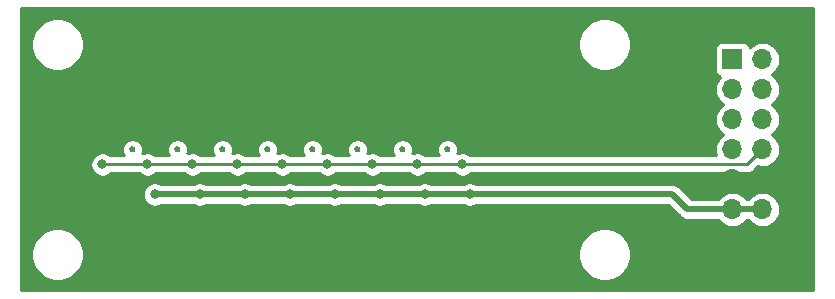
<source format=gbl>
G04 #@! TF.GenerationSoftware,KiCad,Pcbnew,5.1.4-e60b266~84~ubuntu18.04.1*
G04 #@! TF.CreationDate,2019-11-10T13:24:48-08:00*
G04 #@! TF.ProjectId,mic,6d69632e-6b69-4636-9164-5f7063625858,rev?*
G04 #@! TF.SameCoordinates,Original*
G04 #@! TF.FileFunction,Copper,L2,Bot*
G04 #@! TF.FilePolarity,Positive*
%FSLAX46Y46*%
G04 Gerber Fmt 4.6, Leading zero omitted, Abs format (unit mm)*
G04 Created by KiCad (PCBNEW 5.1.4-e60b266~84~ubuntu18.04.1) date 2019-11-10 13:24:48*
%MOMM*%
%LPD*%
G04 APERTURE LIST*
%ADD10O,1.700000X1.700000*%
%ADD11R,1.700000X1.700000*%
%ADD12C,0.500000*%
%ADD13C,0.100000*%
%ADD14C,0.800000*%
%ADD15C,0.500000*%
%ADD16C,0.250000*%
%ADD17C,0.254000*%
G04 APERTURE END LIST*
D10*
X177800000Y-106680000D03*
X175260000Y-106680000D03*
X177800000Y-104140000D03*
X175260000Y-104140000D03*
X177800000Y-101600000D03*
X175260000Y-101600000D03*
X177800000Y-99060000D03*
X175260000Y-99060000D03*
X177800000Y-96520000D03*
X175260000Y-96520000D03*
X177800000Y-93980000D03*
D11*
X175260000Y-93980000D03*
D12*
X147320000Y-101600000D03*
D13*
G36*
X147356683Y-101352706D02*
G01*
X147380745Y-101357492D01*
X147404222Y-101364614D01*
X147426889Y-101374003D01*
X147448526Y-101385568D01*
X147468925Y-101399198D01*
X147487890Y-101414762D01*
X147505238Y-101432110D01*
X147520802Y-101451075D01*
X147534432Y-101471474D01*
X147545997Y-101493111D01*
X147555386Y-101515778D01*
X147562508Y-101539255D01*
X147567294Y-101563317D01*
X147569699Y-101587733D01*
X147569699Y-101612267D01*
X147567294Y-101636683D01*
X147562508Y-101660745D01*
X147555386Y-101684222D01*
X147545997Y-101706889D01*
X147534432Y-101728526D01*
X147520802Y-101748925D01*
X147505238Y-101767890D01*
X147487890Y-101785238D01*
X147468925Y-101800802D01*
X147448526Y-101814432D01*
X147426889Y-101825997D01*
X147404222Y-101835386D01*
X147380745Y-101842508D01*
X147356683Y-101847294D01*
X147332267Y-101849699D01*
X147307733Y-101849699D01*
X147283317Y-101847294D01*
X147259255Y-101842508D01*
X147235778Y-101835386D01*
X147213111Y-101825997D01*
X147191474Y-101814432D01*
X147171075Y-101800802D01*
X147152110Y-101785238D01*
X147134762Y-101767890D01*
X147119198Y-101748925D01*
X147105568Y-101728526D01*
X147094003Y-101706889D01*
X147084614Y-101684222D01*
X147077492Y-101660745D01*
X147072706Y-101636683D01*
X147070301Y-101612267D01*
X147070301Y-101587733D01*
X147072706Y-101563317D01*
X147077492Y-101539255D01*
X147084614Y-101515778D01*
X147094003Y-101493111D01*
X147105568Y-101471474D01*
X147119198Y-101451075D01*
X147134762Y-101432110D01*
X147152110Y-101414762D01*
X147171075Y-101399198D01*
X147191474Y-101385568D01*
X147213111Y-101374003D01*
X147235778Y-101364614D01*
X147259255Y-101357492D01*
X147283317Y-101352706D01*
X147307733Y-101350301D01*
X147332267Y-101350301D01*
X147356683Y-101352706D01*
X147356683Y-101352706D01*
G37*
D12*
X143510000Y-101600000D03*
D13*
G36*
X143546683Y-101352706D02*
G01*
X143570745Y-101357492D01*
X143594222Y-101364614D01*
X143616889Y-101374003D01*
X143638526Y-101385568D01*
X143658925Y-101399198D01*
X143677890Y-101414762D01*
X143695238Y-101432110D01*
X143710802Y-101451075D01*
X143724432Y-101471474D01*
X143735997Y-101493111D01*
X143745386Y-101515778D01*
X143752508Y-101539255D01*
X143757294Y-101563317D01*
X143759699Y-101587733D01*
X143759699Y-101612267D01*
X143757294Y-101636683D01*
X143752508Y-101660745D01*
X143745386Y-101684222D01*
X143735997Y-101706889D01*
X143724432Y-101728526D01*
X143710802Y-101748925D01*
X143695238Y-101767890D01*
X143677890Y-101785238D01*
X143658925Y-101800802D01*
X143638526Y-101814432D01*
X143616889Y-101825997D01*
X143594222Y-101835386D01*
X143570745Y-101842508D01*
X143546683Y-101847294D01*
X143522267Y-101849699D01*
X143497733Y-101849699D01*
X143473317Y-101847294D01*
X143449255Y-101842508D01*
X143425778Y-101835386D01*
X143403111Y-101825997D01*
X143381474Y-101814432D01*
X143361075Y-101800802D01*
X143342110Y-101785238D01*
X143324762Y-101767890D01*
X143309198Y-101748925D01*
X143295568Y-101728526D01*
X143284003Y-101706889D01*
X143274614Y-101684222D01*
X143267492Y-101660745D01*
X143262706Y-101636683D01*
X143260301Y-101612267D01*
X143260301Y-101587733D01*
X143262706Y-101563317D01*
X143267492Y-101539255D01*
X143274614Y-101515778D01*
X143284003Y-101493111D01*
X143295568Y-101471474D01*
X143309198Y-101451075D01*
X143324762Y-101432110D01*
X143342110Y-101414762D01*
X143361075Y-101399198D01*
X143381474Y-101385568D01*
X143403111Y-101374003D01*
X143425778Y-101364614D01*
X143449255Y-101357492D01*
X143473317Y-101352706D01*
X143497733Y-101350301D01*
X143522267Y-101350301D01*
X143546683Y-101352706D01*
X143546683Y-101352706D01*
G37*
D12*
X132080000Y-101600000D03*
D13*
G36*
X132116683Y-101352706D02*
G01*
X132140745Y-101357492D01*
X132164222Y-101364614D01*
X132186889Y-101374003D01*
X132208526Y-101385568D01*
X132228925Y-101399198D01*
X132247890Y-101414762D01*
X132265238Y-101432110D01*
X132280802Y-101451075D01*
X132294432Y-101471474D01*
X132305997Y-101493111D01*
X132315386Y-101515778D01*
X132322508Y-101539255D01*
X132327294Y-101563317D01*
X132329699Y-101587733D01*
X132329699Y-101612267D01*
X132327294Y-101636683D01*
X132322508Y-101660745D01*
X132315386Y-101684222D01*
X132305997Y-101706889D01*
X132294432Y-101728526D01*
X132280802Y-101748925D01*
X132265238Y-101767890D01*
X132247890Y-101785238D01*
X132228925Y-101800802D01*
X132208526Y-101814432D01*
X132186889Y-101825997D01*
X132164222Y-101835386D01*
X132140745Y-101842508D01*
X132116683Y-101847294D01*
X132092267Y-101849699D01*
X132067733Y-101849699D01*
X132043317Y-101847294D01*
X132019255Y-101842508D01*
X131995778Y-101835386D01*
X131973111Y-101825997D01*
X131951474Y-101814432D01*
X131931075Y-101800802D01*
X131912110Y-101785238D01*
X131894762Y-101767890D01*
X131879198Y-101748925D01*
X131865568Y-101728526D01*
X131854003Y-101706889D01*
X131844614Y-101684222D01*
X131837492Y-101660745D01*
X131832706Y-101636683D01*
X131830301Y-101612267D01*
X131830301Y-101587733D01*
X131832706Y-101563317D01*
X131837492Y-101539255D01*
X131844614Y-101515778D01*
X131854003Y-101493111D01*
X131865568Y-101471474D01*
X131879198Y-101451075D01*
X131894762Y-101432110D01*
X131912110Y-101414762D01*
X131931075Y-101399198D01*
X131951474Y-101385568D01*
X131973111Y-101374003D01*
X131995778Y-101364614D01*
X132019255Y-101357492D01*
X132043317Y-101352706D01*
X132067733Y-101350301D01*
X132092267Y-101350301D01*
X132116683Y-101352706D01*
X132116683Y-101352706D01*
G37*
D12*
X128270000Y-101600000D03*
D13*
G36*
X128306683Y-101352706D02*
G01*
X128330745Y-101357492D01*
X128354222Y-101364614D01*
X128376889Y-101374003D01*
X128398526Y-101385568D01*
X128418925Y-101399198D01*
X128437890Y-101414762D01*
X128455238Y-101432110D01*
X128470802Y-101451075D01*
X128484432Y-101471474D01*
X128495997Y-101493111D01*
X128505386Y-101515778D01*
X128512508Y-101539255D01*
X128517294Y-101563317D01*
X128519699Y-101587733D01*
X128519699Y-101612267D01*
X128517294Y-101636683D01*
X128512508Y-101660745D01*
X128505386Y-101684222D01*
X128495997Y-101706889D01*
X128484432Y-101728526D01*
X128470802Y-101748925D01*
X128455238Y-101767890D01*
X128437890Y-101785238D01*
X128418925Y-101800802D01*
X128398526Y-101814432D01*
X128376889Y-101825997D01*
X128354222Y-101835386D01*
X128330745Y-101842508D01*
X128306683Y-101847294D01*
X128282267Y-101849699D01*
X128257733Y-101849699D01*
X128233317Y-101847294D01*
X128209255Y-101842508D01*
X128185778Y-101835386D01*
X128163111Y-101825997D01*
X128141474Y-101814432D01*
X128121075Y-101800802D01*
X128102110Y-101785238D01*
X128084762Y-101767890D01*
X128069198Y-101748925D01*
X128055568Y-101728526D01*
X128044003Y-101706889D01*
X128034614Y-101684222D01*
X128027492Y-101660745D01*
X128022706Y-101636683D01*
X128020301Y-101612267D01*
X128020301Y-101587733D01*
X128022706Y-101563317D01*
X128027492Y-101539255D01*
X128034614Y-101515778D01*
X128044003Y-101493111D01*
X128055568Y-101471474D01*
X128069198Y-101451075D01*
X128084762Y-101432110D01*
X128102110Y-101414762D01*
X128121075Y-101399198D01*
X128141474Y-101385568D01*
X128163111Y-101374003D01*
X128185778Y-101364614D01*
X128209255Y-101357492D01*
X128233317Y-101352706D01*
X128257733Y-101350301D01*
X128282267Y-101350301D01*
X128306683Y-101352706D01*
X128306683Y-101352706D01*
G37*
D12*
X151130000Y-101600000D03*
D13*
G36*
X151166683Y-101352706D02*
G01*
X151190745Y-101357492D01*
X151214222Y-101364614D01*
X151236889Y-101374003D01*
X151258526Y-101385568D01*
X151278925Y-101399198D01*
X151297890Y-101414762D01*
X151315238Y-101432110D01*
X151330802Y-101451075D01*
X151344432Y-101471474D01*
X151355997Y-101493111D01*
X151365386Y-101515778D01*
X151372508Y-101539255D01*
X151377294Y-101563317D01*
X151379699Y-101587733D01*
X151379699Y-101612267D01*
X151377294Y-101636683D01*
X151372508Y-101660745D01*
X151365386Y-101684222D01*
X151355997Y-101706889D01*
X151344432Y-101728526D01*
X151330802Y-101748925D01*
X151315238Y-101767890D01*
X151297890Y-101785238D01*
X151278925Y-101800802D01*
X151258526Y-101814432D01*
X151236889Y-101825997D01*
X151214222Y-101835386D01*
X151190745Y-101842508D01*
X151166683Y-101847294D01*
X151142267Y-101849699D01*
X151117733Y-101849699D01*
X151093317Y-101847294D01*
X151069255Y-101842508D01*
X151045778Y-101835386D01*
X151023111Y-101825997D01*
X151001474Y-101814432D01*
X150981075Y-101800802D01*
X150962110Y-101785238D01*
X150944762Y-101767890D01*
X150929198Y-101748925D01*
X150915568Y-101728526D01*
X150904003Y-101706889D01*
X150894614Y-101684222D01*
X150887492Y-101660745D01*
X150882706Y-101636683D01*
X150880301Y-101612267D01*
X150880301Y-101587733D01*
X150882706Y-101563317D01*
X150887492Y-101539255D01*
X150894614Y-101515778D01*
X150904003Y-101493111D01*
X150915568Y-101471474D01*
X150929198Y-101451075D01*
X150944762Y-101432110D01*
X150962110Y-101414762D01*
X150981075Y-101399198D01*
X151001474Y-101385568D01*
X151023111Y-101374003D01*
X151045778Y-101364614D01*
X151069255Y-101357492D01*
X151093317Y-101352706D01*
X151117733Y-101350301D01*
X151142267Y-101350301D01*
X151166683Y-101352706D01*
X151166683Y-101352706D01*
G37*
D12*
X139700000Y-101600000D03*
D13*
G36*
X139736683Y-101352706D02*
G01*
X139760745Y-101357492D01*
X139784222Y-101364614D01*
X139806889Y-101374003D01*
X139828526Y-101385568D01*
X139848925Y-101399198D01*
X139867890Y-101414762D01*
X139885238Y-101432110D01*
X139900802Y-101451075D01*
X139914432Y-101471474D01*
X139925997Y-101493111D01*
X139935386Y-101515778D01*
X139942508Y-101539255D01*
X139947294Y-101563317D01*
X139949699Y-101587733D01*
X139949699Y-101612267D01*
X139947294Y-101636683D01*
X139942508Y-101660745D01*
X139935386Y-101684222D01*
X139925997Y-101706889D01*
X139914432Y-101728526D01*
X139900802Y-101748925D01*
X139885238Y-101767890D01*
X139867890Y-101785238D01*
X139848925Y-101800802D01*
X139828526Y-101814432D01*
X139806889Y-101825997D01*
X139784222Y-101835386D01*
X139760745Y-101842508D01*
X139736683Y-101847294D01*
X139712267Y-101849699D01*
X139687733Y-101849699D01*
X139663317Y-101847294D01*
X139639255Y-101842508D01*
X139615778Y-101835386D01*
X139593111Y-101825997D01*
X139571474Y-101814432D01*
X139551075Y-101800802D01*
X139532110Y-101785238D01*
X139514762Y-101767890D01*
X139499198Y-101748925D01*
X139485568Y-101728526D01*
X139474003Y-101706889D01*
X139464614Y-101684222D01*
X139457492Y-101660745D01*
X139452706Y-101636683D01*
X139450301Y-101612267D01*
X139450301Y-101587733D01*
X139452706Y-101563317D01*
X139457492Y-101539255D01*
X139464614Y-101515778D01*
X139474003Y-101493111D01*
X139485568Y-101471474D01*
X139499198Y-101451075D01*
X139514762Y-101432110D01*
X139532110Y-101414762D01*
X139551075Y-101399198D01*
X139571474Y-101385568D01*
X139593111Y-101374003D01*
X139615778Y-101364614D01*
X139639255Y-101357492D01*
X139663317Y-101352706D01*
X139687733Y-101350301D01*
X139712267Y-101350301D01*
X139736683Y-101352706D01*
X139736683Y-101352706D01*
G37*
D12*
X135890000Y-101600000D03*
D13*
G36*
X135926683Y-101352706D02*
G01*
X135950745Y-101357492D01*
X135974222Y-101364614D01*
X135996889Y-101374003D01*
X136018526Y-101385568D01*
X136038925Y-101399198D01*
X136057890Y-101414762D01*
X136075238Y-101432110D01*
X136090802Y-101451075D01*
X136104432Y-101471474D01*
X136115997Y-101493111D01*
X136125386Y-101515778D01*
X136132508Y-101539255D01*
X136137294Y-101563317D01*
X136139699Y-101587733D01*
X136139699Y-101612267D01*
X136137294Y-101636683D01*
X136132508Y-101660745D01*
X136125386Y-101684222D01*
X136115997Y-101706889D01*
X136104432Y-101728526D01*
X136090802Y-101748925D01*
X136075238Y-101767890D01*
X136057890Y-101785238D01*
X136038925Y-101800802D01*
X136018526Y-101814432D01*
X135996889Y-101825997D01*
X135974222Y-101835386D01*
X135950745Y-101842508D01*
X135926683Y-101847294D01*
X135902267Y-101849699D01*
X135877733Y-101849699D01*
X135853317Y-101847294D01*
X135829255Y-101842508D01*
X135805778Y-101835386D01*
X135783111Y-101825997D01*
X135761474Y-101814432D01*
X135741075Y-101800802D01*
X135722110Y-101785238D01*
X135704762Y-101767890D01*
X135689198Y-101748925D01*
X135675568Y-101728526D01*
X135664003Y-101706889D01*
X135654614Y-101684222D01*
X135647492Y-101660745D01*
X135642706Y-101636683D01*
X135640301Y-101612267D01*
X135640301Y-101587733D01*
X135642706Y-101563317D01*
X135647492Y-101539255D01*
X135654614Y-101515778D01*
X135664003Y-101493111D01*
X135675568Y-101471474D01*
X135689198Y-101451075D01*
X135704762Y-101432110D01*
X135722110Y-101414762D01*
X135741075Y-101399198D01*
X135761474Y-101385568D01*
X135783111Y-101374003D01*
X135805778Y-101364614D01*
X135829255Y-101357492D01*
X135853317Y-101352706D01*
X135877733Y-101350301D01*
X135902267Y-101350301D01*
X135926683Y-101352706D01*
X135926683Y-101352706D01*
G37*
D12*
X124460000Y-101600000D03*
D13*
G36*
X124496683Y-101352706D02*
G01*
X124520745Y-101357492D01*
X124544222Y-101364614D01*
X124566889Y-101374003D01*
X124588526Y-101385568D01*
X124608925Y-101399198D01*
X124627890Y-101414762D01*
X124645238Y-101432110D01*
X124660802Y-101451075D01*
X124674432Y-101471474D01*
X124685997Y-101493111D01*
X124695386Y-101515778D01*
X124702508Y-101539255D01*
X124707294Y-101563317D01*
X124709699Y-101587733D01*
X124709699Y-101612267D01*
X124707294Y-101636683D01*
X124702508Y-101660745D01*
X124695386Y-101684222D01*
X124685997Y-101706889D01*
X124674432Y-101728526D01*
X124660802Y-101748925D01*
X124645238Y-101767890D01*
X124627890Y-101785238D01*
X124608925Y-101800802D01*
X124588526Y-101814432D01*
X124566889Y-101825997D01*
X124544222Y-101835386D01*
X124520745Y-101842508D01*
X124496683Y-101847294D01*
X124472267Y-101849699D01*
X124447733Y-101849699D01*
X124423317Y-101847294D01*
X124399255Y-101842508D01*
X124375778Y-101835386D01*
X124353111Y-101825997D01*
X124331474Y-101814432D01*
X124311075Y-101800802D01*
X124292110Y-101785238D01*
X124274762Y-101767890D01*
X124259198Y-101748925D01*
X124245568Y-101728526D01*
X124234003Y-101706889D01*
X124224614Y-101684222D01*
X124217492Y-101660745D01*
X124212706Y-101636683D01*
X124210301Y-101612267D01*
X124210301Y-101587733D01*
X124212706Y-101563317D01*
X124217492Y-101539255D01*
X124224614Y-101515778D01*
X124234003Y-101493111D01*
X124245568Y-101471474D01*
X124259198Y-101451075D01*
X124274762Y-101432110D01*
X124292110Y-101414762D01*
X124311075Y-101399198D01*
X124331474Y-101385568D01*
X124353111Y-101374003D01*
X124375778Y-101364614D01*
X124399255Y-101357492D01*
X124423317Y-101352706D01*
X124447733Y-101350301D01*
X124472267Y-101350301D01*
X124496683Y-101352706D01*
X124496683Y-101352706D01*
G37*
D14*
X126365000Y-105410000D03*
X130175000Y-105410000D03*
X133985000Y-105410000D03*
X137795000Y-105410000D03*
X141605000Y-105410000D03*
X145415000Y-105410000D03*
X149225000Y-105410000D03*
X153035000Y-105410000D03*
X125730000Y-102870000D03*
X129540000Y-102870000D03*
X133350000Y-102870000D03*
X137160000Y-102870000D03*
X140970000Y-102870000D03*
X144780000Y-102870000D03*
X148590000Y-102870000D03*
X152400000Y-102870000D03*
X121920000Y-102870000D03*
D15*
X177800000Y-106680000D02*
X175260000Y-106680000D01*
X175260000Y-106680000D02*
X171450000Y-106680000D01*
X171450000Y-106680000D02*
X170180000Y-105410000D01*
X130175000Y-105410000D02*
X126365000Y-105410000D01*
X133985000Y-105410000D02*
X130175000Y-105410000D01*
X137795000Y-105410000D02*
X133985000Y-105410000D01*
X141605000Y-105410000D02*
X137795000Y-105410000D01*
X145415000Y-105410000D02*
X141605000Y-105410000D01*
X149225000Y-105410000D02*
X145415000Y-105410000D01*
X170180000Y-105410000D02*
X153035000Y-105410000D01*
X153035000Y-105410000D02*
X149225000Y-105410000D01*
D16*
X125730000Y-102870000D02*
X129540000Y-102870000D01*
X129540000Y-102870000D02*
X133350000Y-102870000D01*
X133350000Y-102870000D02*
X137160000Y-102870000D01*
X137160000Y-102870000D02*
X140970000Y-102870000D01*
X140970000Y-102870000D02*
X144780000Y-102870000D01*
X144780000Y-102870000D02*
X148590000Y-102870000D01*
X148590000Y-102870000D02*
X152400000Y-102870000D01*
X176530000Y-102870000D02*
X177800000Y-101600000D01*
X152400000Y-102870000D02*
X176530000Y-102870000D01*
X125730000Y-102870000D02*
X121920000Y-102870000D01*
D17*
G36*
X182118000Y-113538000D02*
G01*
X115062000Y-113538000D01*
X115062000Y-110269872D01*
X115875000Y-110269872D01*
X115875000Y-110710128D01*
X115960890Y-111141925D01*
X116129369Y-111548669D01*
X116373962Y-111914729D01*
X116685271Y-112226038D01*
X117051331Y-112470631D01*
X117458075Y-112639110D01*
X117889872Y-112725000D01*
X118330128Y-112725000D01*
X118761925Y-112639110D01*
X119168669Y-112470631D01*
X119534729Y-112226038D01*
X119846038Y-111914729D01*
X120090631Y-111548669D01*
X120259110Y-111141925D01*
X120345000Y-110710128D01*
X120345000Y-110269872D01*
X162230000Y-110269872D01*
X162230000Y-110710128D01*
X162315890Y-111141925D01*
X162484369Y-111548669D01*
X162728962Y-111914729D01*
X163040271Y-112226038D01*
X163406331Y-112470631D01*
X163813075Y-112639110D01*
X164244872Y-112725000D01*
X164685128Y-112725000D01*
X165116925Y-112639110D01*
X165523669Y-112470631D01*
X165889729Y-112226038D01*
X166201038Y-111914729D01*
X166445631Y-111548669D01*
X166614110Y-111141925D01*
X166700000Y-110710128D01*
X166700000Y-110269872D01*
X166614110Y-109838075D01*
X166445631Y-109431331D01*
X166201038Y-109065271D01*
X165889729Y-108753962D01*
X165523669Y-108509369D01*
X165116925Y-108340890D01*
X164685128Y-108255000D01*
X164244872Y-108255000D01*
X163813075Y-108340890D01*
X163406331Y-108509369D01*
X163040271Y-108753962D01*
X162728962Y-109065271D01*
X162484369Y-109431331D01*
X162315890Y-109838075D01*
X162230000Y-110269872D01*
X120345000Y-110269872D01*
X120259110Y-109838075D01*
X120090631Y-109431331D01*
X119846038Y-109065271D01*
X119534729Y-108753962D01*
X119168669Y-108509369D01*
X118761925Y-108340890D01*
X118330128Y-108255000D01*
X117889872Y-108255000D01*
X117458075Y-108340890D01*
X117051331Y-108509369D01*
X116685271Y-108753962D01*
X116373962Y-109065271D01*
X116129369Y-109431331D01*
X115960890Y-109838075D01*
X115875000Y-110269872D01*
X115062000Y-110269872D01*
X115062000Y-105308061D01*
X125330000Y-105308061D01*
X125330000Y-105511939D01*
X125369774Y-105711898D01*
X125447795Y-105900256D01*
X125561063Y-106069774D01*
X125705226Y-106213937D01*
X125874744Y-106327205D01*
X126063102Y-106405226D01*
X126263061Y-106445000D01*
X126466939Y-106445000D01*
X126666898Y-106405226D01*
X126855256Y-106327205D01*
X126903454Y-106295000D01*
X129636546Y-106295000D01*
X129684744Y-106327205D01*
X129873102Y-106405226D01*
X130073061Y-106445000D01*
X130276939Y-106445000D01*
X130476898Y-106405226D01*
X130665256Y-106327205D01*
X130713454Y-106295000D01*
X133446546Y-106295000D01*
X133494744Y-106327205D01*
X133683102Y-106405226D01*
X133883061Y-106445000D01*
X134086939Y-106445000D01*
X134286898Y-106405226D01*
X134475256Y-106327205D01*
X134523454Y-106295000D01*
X137256546Y-106295000D01*
X137304744Y-106327205D01*
X137493102Y-106405226D01*
X137693061Y-106445000D01*
X137896939Y-106445000D01*
X138096898Y-106405226D01*
X138285256Y-106327205D01*
X138333454Y-106295000D01*
X141066546Y-106295000D01*
X141114744Y-106327205D01*
X141303102Y-106405226D01*
X141503061Y-106445000D01*
X141706939Y-106445000D01*
X141906898Y-106405226D01*
X142095256Y-106327205D01*
X142143454Y-106295000D01*
X144876546Y-106295000D01*
X144924744Y-106327205D01*
X145113102Y-106405226D01*
X145313061Y-106445000D01*
X145516939Y-106445000D01*
X145716898Y-106405226D01*
X145905256Y-106327205D01*
X145953454Y-106295000D01*
X148686546Y-106295000D01*
X148734744Y-106327205D01*
X148923102Y-106405226D01*
X149123061Y-106445000D01*
X149326939Y-106445000D01*
X149526898Y-106405226D01*
X149715256Y-106327205D01*
X149763454Y-106295000D01*
X152496546Y-106295000D01*
X152544744Y-106327205D01*
X152733102Y-106405226D01*
X152933061Y-106445000D01*
X153136939Y-106445000D01*
X153336898Y-106405226D01*
X153525256Y-106327205D01*
X153573454Y-106295000D01*
X169813422Y-106295000D01*
X170793470Y-107275049D01*
X170821183Y-107308817D01*
X170854951Y-107336530D01*
X170854953Y-107336532D01*
X170926452Y-107395210D01*
X170955941Y-107419411D01*
X171109687Y-107501589D01*
X171276510Y-107552195D01*
X171406523Y-107565000D01*
X171406533Y-107565000D01*
X171449999Y-107569281D01*
X171493465Y-107565000D01*
X174065241Y-107565000D01*
X174204866Y-107735134D01*
X174430986Y-107920706D01*
X174688966Y-108058599D01*
X174968889Y-108143513D01*
X175187050Y-108165000D01*
X175332950Y-108165000D01*
X175551111Y-108143513D01*
X175831034Y-108058599D01*
X176089014Y-107920706D01*
X176315134Y-107735134D01*
X176454759Y-107565000D01*
X176605241Y-107565000D01*
X176744866Y-107735134D01*
X176970986Y-107920706D01*
X177228966Y-108058599D01*
X177508889Y-108143513D01*
X177727050Y-108165000D01*
X177872950Y-108165000D01*
X178091111Y-108143513D01*
X178371034Y-108058599D01*
X178629014Y-107920706D01*
X178855134Y-107735134D01*
X179040706Y-107509014D01*
X179178599Y-107251034D01*
X179263513Y-106971111D01*
X179292185Y-106680000D01*
X179263513Y-106388889D01*
X179178599Y-106108966D01*
X179040706Y-105850986D01*
X178855134Y-105624866D01*
X178629014Y-105439294D01*
X178371034Y-105301401D01*
X178091111Y-105216487D01*
X177872950Y-105195000D01*
X177727050Y-105195000D01*
X177508889Y-105216487D01*
X177228966Y-105301401D01*
X176970986Y-105439294D01*
X176744866Y-105624866D01*
X176605241Y-105795000D01*
X176454759Y-105795000D01*
X176315134Y-105624866D01*
X176089014Y-105439294D01*
X175831034Y-105301401D01*
X175551111Y-105216487D01*
X175332950Y-105195000D01*
X175187050Y-105195000D01*
X174968889Y-105216487D01*
X174688966Y-105301401D01*
X174430986Y-105439294D01*
X174204866Y-105624866D01*
X174065241Y-105795000D01*
X171816579Y-105795000D01*
X170836534Y-104814956D01*
X170808817Y-104781183D01*
X170674059Y-104670589D01*
X170520313Y-104588411D01*
X170353490Y-104537805D01*
X170223477Y-104525000D01*
X170223469Y-104525000D01*
X170180000Y-104520719D01*
X170136531Y-104525000D01*
X153573454Y-104525000D01*
X153525256Y-104492795D01*
X153336898Y-104414774D01*
X153136939Y-104375000D01*
X152933061Y-104375000D01*
X152733102Y-104414774D01*
X152544744Y-104492795D01*
X152496546Y-104525000D01*
X149763454Y-104525000D01*
X149715256Y-104492795D01*
X149526898Y-104414774D01*
X149326939Y-104375000D01*
X149123061Y-104375000D01*
X148923102Y-104414774D01*
X148734744Y-104492795D01*
X148686546Y-104525000D01*
X145953454Y-104525000D01*
X145905256Y-104492795D01*
X145716898Y-104414774D01*
X145516939Y-104375000D01*
X145313061Y-104375000D01*
X145113102Y-104414774D01*
X144924744Y-104492795D01*
X144876546Y-104525000D01*
X142143454Y-104525000D01*
X142095256Y-104492795D01*
X141906898Y-104414774D01*
X141706939Y-104375000D01*
X141503061Y-104375000D01*
X141303102Y-104414774D01*
X141114744Y-104492795D01*
X141066546Y-104525000D01*
X138333454Y-104525000D01*
X138285256Y-104492795D01*
X138096898Y-104414774D01*
X137896939Y-104375000D01*
X137693061Y-104375000D01*
X137493102Y-104414774D01*
X137304744Y-104492795D01*
X137256546Y-104525000D01*
X134523454Y-104525000D01*
X134475256Y-104492795D01*
X134286898Y-104414774D01*
X134086939Y-104375000D01*
X133883061Y-104375000D01*
X133683102Y-104414774D01*
X133494744Y-104492795D01*
X133446546Y-104525000D01*
X130713454Y-104525000D01*
X130665256Y-104492795D01*
X130476898Y-104414774D01*
X130276939Y-104375000D01*
X130073061Y-104375000D01*
X129873102Y-104414774D01*
X129684744Y-104492795D01*
X129636546Y-104525000D01*
X126903454Y-104525000D01*
X126855256Y-104492795D01*
X126666898Y-104414774D01*
X126466939Y-104375000D01*
X126263061Y-104375000D01*
X126063102Y-104414774D01*
X125874744Y-104492795D01*
X125705226Y-104606063D01*
X125561063Y-104750226D01*
X125447795Y-104919744D01*
X125369774Y-105108102D01*
X125330000Y-105308061D01*
X115062000Y-105308061D01*
X115062000Y-102768061D01*
X120885000Y-102768061D01*
X120885000Y-102971939D01*
X120924774Y-103171898D01*
X121002795Y-103360256D01*
X121116063Y-103529774D01*
X121260226Y-103673937D01*
X121429744Y-103787205D01*
X121618102Y-103865226D01*
X121818061Y-103905000D01*
X122021939Y-103905000D01*
X122221898Y-103865226D01*
X122410256Y-103787205D01*
X122579774Y-103673937D01*
X122623711Y-103630000D01*
X125026289Y-103630000D01*
X125070226Y-103673937D01*
X125239744Y-103787205D01*
X125428102Y-103865226D01*
X125628061Y-103905000D01*
X125831939Y-103905000D01*
X126031898Y-103865226D01*
X126220256Y-103787205D01*
X126389774Y-103673937D01*
X126433711Y-103630000D01*
X128836289Y-103630000D01*
X128880226Y-103673937D01*
X129049744Y-103787205D01*
X129238102Y-103865226D01*
X129438061Y-103905000D01*
X129641939Y-103905000D01*
X129841898Y-103865226D01*
X130030256Y-103787205D01*
X130199774Y-103673937D01*
X130243711Y-103630000D01*
X132646289Y-103630000D01*
X132690226Y-103673937D01*
X132859744Y-103787205D01*
X133048102Y-103865226D01*
X133248061Y-103905000D01*
X133451939Y-103905000D01*
X133651898Y-103865226D01*
X133840256Y-103787205D01*
X134009774Y-103673937D01*
X134053711Y-103630000D01*
X136456289Y-103630000D01*
X136500226Y-103673937D01*
X136669744Y-103787205D01*
X136858102Y-103865226D01*
X137058061Y-103905000D01*
X137261939Y-103905000D01*
X137461898Y-103865226D01*
X137650256Y-103787205D01*
X137819774Y-103673937D01*
X137863711Y-103630000D01*
X140266289Y-103630000D01*
X140310226Y-103673937D01*
X140479744Y-103787205D01*
X140668102Y-103865226D01*
X140868061Y-103905000D01*
X141071939Y-103905000D01*
X141271898Y-103865226D01*
X141460256Y-103787205D01*
X141629774Y-103673937D01*
X141673711Y-103630000D01*
X144076289Y-103630000D01*
X144120226Y-103673937D01*
X144289744Y-103787205D01*
X144478102Y-103865226D01*
X144678061Y-103905000D01*
X144881939Y-103905000D01*
X145081898Y-103865226D01*
X145270256Y-103787205D01*
X145439774Y-103673937D01*
X145483711Y-103630000D01*
X147886289Y-103630000D01*
X147930226Y-103673937D01*
X148099744Y-103787205D01*
X148288102Y-103865226D01*
X148488061Y-103905000D01*
X148691939Y-103905000D01*
X148891898Y-103865226D01*
X149080256Y-103787205D01*
X149249774Y-103673937D01*
X149293711Y-103630000D01*
X151696289Y-103630000D01*
X151740226Y-103673937D01*
X151909744Y-103787205D01*
X152098102Y-103865226D01*
X152298061Y-103905000D01*
X152501939Y-103905000D01*
X152701898Y-103865226D01*
X152890256Y-103787205D01*
X153059774Y-103673937D01*
X153103711Y-103630000D01*
X176492678Y-103630000D01*
X176530000Y-103633676D01*
X176567322Y-103630000D01*
X176567333Y-103630000D01*
X176678986Y-103619003D01*
X176822247Y-103575546D01*
X176954276Y-103504974D01*
X177070001Y-103410001D01*
X177093804Y-103380997D01*
X177434004Y-103040797D01*
X177508889Y-103063513D01*
X177727050Y-103085000D01*
X177872950Y-103085000D01*
X178091111Y-103063513D01*
X178371034Y-102978599D01*
X178629014Y-102840706D01*
X178855134Y-102655134D01*
X179040706Y-102429014D01*
X179178599Y-102171034D01*
X179263513Y-101891111D01*
X179292185Y-101600000D01*
X179263513Y-101308889D01*
X179178599Y-101028966D01*
X179040706Y-100770986D01*
X178855134Y-100544866D01*
X178629014Y-100359294D01*
X178574209Y-100330000D01*
X178629014Y-100300706D01*
X178855134Y-100115134D01*
X179040706Y-99889014D01*
X179178599Y-99631034D01*
X179263513Y-99351111D01*
X179292185Y-99060000D01*
X179263513Y-98768889D01*
X179178599Y-98488966D01*
X179040706Y-98230986D01*
X178855134Y-98004866D01*
X178629014Y-97819294D01*
X178574209Y-97790000D01*
X178629014Y-97760706D01*
X178855134Y-97575134D01*
X179040706Y-97349014D01*
X179178599Y-97091034D01*
X179263513Y-96811111D01*
X179292185Y-96520000D01*
X179263513Y-96228889D01*
X179178599Y-95948966D01*
X179040706Y-95690986D01*
X178855134Y-95464866D01*
X178629014Y-95279294D01*
X178574209Y-95250000D01*
X178629014Y-95220706D01*
X178855134Y-95035134D01*
X179040706Y-94809014D01*
X179178599Y-94551034D01*
X179263513Y-94271111D01*
X179292185Y-93980000D01*
X179263513Y-93688889D01*
X179178599Y-93408966D01*
X179040706Y-93150986D01*
X178855134Y-92924866D01*
X178629014Y-92739294D01*
X178371034Y-92601401D01*
X178091111Y-92516487D01*
X177872950Y-92495000D01*
X177727050Y-92495000D01*
X177508889Y-92516487D01*
X177228966Y-92601401D01*
X176970986Y-92739294D01*
X176744866Y-92924866D01*
X176720393Y-92954687D01*
X176699502Y-92885820D01*
X176640537Y-92775506D01*
X176561185Y-92678815D01*
X176464494Y-92599463D01*
X176354180Y-92540498D01*
X176234482Y-92504188D01*
X176110000Y-92491928D01*
X174410000Y-92491928D01*
X174285518Y-92504188D01*
X174165820Y-92540498D01*
X174055506Y-92599463D01*
X173958815Y-92678815D01*
X173879463Y-92775506D01*
X173820498Y-92885820D01*
X173784188Y-93005518D01*
X173771928Y-93130000D01*
X173771928Y-94830000D01*
X173784188Y-94954482D01*
X173820498Y-95074180D01*
X173879463Y-95184494D01*
X173958815Y-95281185D01*
X174055506Y-95360537D01*
X174165820Y-95419502D01*
X174234687Y-95440393D01*
X174204866Y-95464866D01*
X174019294Y-95690986D01*
X173881401Y-95948966D01*
X173796487Y-96228889D01*
X173767815Y-96520000D01*
X173796487Y-96811111D01*
X173881401Y-97091034D01*
X174019294Y-97349014D01*
X174204866Y-97575134D01*
X174430986Y-97760706D01*
X174485791Y-97790000D01*
X174430986Y-97819294D01*
X174204866Y-98004866D01*
X174019294Y-98230986D01*
X173881401Y-98488966D01*
X173796487Y-98768889D01*
X173767815Y-99060000D01*
X173796487Y-99351111D01*
X173881401Y-99631034D01*
X174019294Y-99889014D01*
X174204866Y-100115134D01*
X174430986Y-100300706D01*
X174485791Y-100330000D01*
X174430986Y-100359294D01*
X174204866Y-100544866D01*
X174019294Y-100770986D01*
X173881401Y-101028966D01*
X173796487Y-101308889D01*
X173767815Y-101600000D01*
X173796487Y-101891111D01*
X173862886Y-102110000D01*
X153103711Y-102110000D01*
X153059774Y-102066063D01*
X152890256Y-101952795D01*
X152701898Y-101874774D01*
X152501939Y-101835000D01*
X152298061Y-101835000D01*
X152098102Y-101874774D01*
X151950862Y-101935763D01*
X151958736Y-101916753D01*
X151995047Y-101797051D01*
X152004608Y-101748984D01*
X152016868Y-101624504D01*
X152016868Y-101575496D01*
X152004608Y-101451016D01*
X151995047Y-101402949D01*
X151958736Y-101283247D01*
X151939981Y-101237969D01*
X151881021Y-101127663D01*
X151853794Y-101086914D01*
X151774438Y-100990217D01*
X151739783Y-100955562D01*
X151643086Y-100876206D01*
X151602337Y-100848979D01*
X151492031Y-100790019D01*
X151446753Y-100771264D01*
X151327051Y-100734953D01*
X151278984Y-100725392D01*
X151154504Y-100713132D01*
X151105496Y-100713132D01*
X150981016Y-100725392D01*
X150932949Y-100734953D01*
X150813247Y-100771264D01*
X150767969Y-100790019D01*
X150657663Y-100848979D01*
X150616914Y-100876206D01*
X150520217Y-100955562D01*
X150485562Y-100990217D01*
X150406206Y-101086914D01*
X150378979Y-101127663D01*
X150320019Y-101237969D01*
X150301264Y-101283247D01*
X150264953Y-101402949D01*
X150255392Y-101451016D01*
X150243132Y-101575496D01*
X150243132Y-101624504D01*
X150255392Y-101748984D01*
X150264953Y-101797051D01*
X150301264Y-101916753D01*
X150320019Y-101962031D01*
X150378979Y-102072337D01*
X150404144Y-102110000D01*
X149293711Y-102110000D01*
X149249774Y-102066063D01*
X149080256Y-101952795D01*
X148891898Y-101874774D01*
X148691939Y-101835000D01*
X148488061Y-101835000D01*
X148288102Y-101874774D01*
X148140862Y-101935763D01*
X148148736Y-101916753D01*
X148185047Y-101797051D01*
X148194608Y-101748984D01*
X148206868Y-101624504D01*
X148206868Y-101575496D01*
X148194608Y-101451016D01*
X148185047Y-101402949D01*
X148148736Y-101283247D01*
X148129981Y-101237969D01*
X148071021Y-101127663D01*
X148043794Y-101086914D01*
X147964438Y-100990217D01*
X147929783Y-100955562D01*
X147833086Y-100876206D01*
X147792337Y-100848979D01*
X147682031Y-100790019D01*
X147636753Y-100771264D01*
X147517051Y-100734953D01*
X147468984Y-100725392D01*
X147344504Y-100713132D01*
X147295496Y-100713132D01*
X147171016Y-100725392D01*
X147122949Y-100734953D01*
X147003247Y-100771264D01*
X146957969Y-100790019D01*
X146847663Y-100848979D01*
X146806914Y-100876206D01*
X146710217Y-100955562D01*
X146675562Y-100990217D01*
X146596206Y-101086914D01*
X146568979Y-101127663D01*
X146510019Y-101237969D01*
X146491264Y-101283247D01*
X146454953Y-101402949D01*
X146445392Y-101451016D01*
X146433132Y-101575496D01*
X146433132Y-101624504D01*
X146445392Y-101748984D01*
X146454953Y-101797051D01*
X146491264Y-101916753D01*
X146510019Y-101962031D01*
X146568979Y-102072337D01*
X146594144Y-102110000D01*
X145483711Y-102110000D01*
X145439774Y-102066063D01*
X145270256Y-101952795D01*
X145081898Y-101874774D01*
X144881939Y-101835000D01*
X144678061Y-101835000D01*
X144478102Y-101874774D01*
X144330862Y-101935763D01*
X144338736Y-101916753D01*
X144375047Y-101797051D01*
X144384608Y-101748984D01*
X144396868Y-101624504D01*
X144396868Y-101575496D01*
X144384608Y-101451016D01*
X144375047Y-101402949D01*
X144338736Y-101283247D01*
X144319981Y-101237969D01*
X144261021Y-101127663D01*
X144233794Y-101086914D01*
X144154438Y-100990217D01*
X144119783Y-100955562D01*
X144023086Y-100876206D01*
X143982337Y-100848979D01*
X143872031Y-100790019D01*
X143826753Y-100771264D01*
X143707051Y-100734953D01*
X143658984Y-100725392D01*
X143534504Y-100713132D01*
X143485496Y-100713132D01*
X143361016Y-100725392D01*
X143312949Y-100734953D01*
X143193247Y-100771264D01*
X143147969Y-100790019D01*
X143037663Y-100848979D01*
X142996914Y-100876206D01*
X142900217Y-100955562D01*
X142865562Y-100990217D01*
X142786206Y-101086914D01*
X142758979Y-101127663D01*
X142700019Y-101237969D01*
X142681264Y-101283247D01*
X142644953Y-101402949D01*
X142635392Y-101451016D01*
X142623132Y-101575496D01*
X142623132Y-101624504D01*
X142635392Y-101748984D01*
X142644953Y-101797051D01*
X142681264Y-101916753D01*
X142700019Y-101962031D01*
X142758979Y-102072337D01*
X142784144Y-102110000D01*
X141673711Y-102110000D01*
X141629774Y-102066063D01*
X141460256Y-101952795D01*
X141271898Y-101874774D01*
X141071939Y-101835000D01*
X140868061Y-101835000D01*
X140668102Y-101874774D01*
X140520862Y-101935763D01*
X140528736Y-101916753D01*
X140565047Y-101797051D01*
X140574608Y-101748984D01*
X140586868Y-101624504D01*
X140586868Y-101575496D01*
X140574608Y-101451016D01*
X140565047Y-101402949D01*
X140528736Y-101283247D01*
X140509981Y-101237969D01*
X140451021Y-101127663D01*
X140423794Y-101086914D01*
X140344438Y-100990217D01*
X140309783Y-100955562D01*
X140213086Y-100876206D01*
X140172337Y-100848979D01*
X140062031Y-100790019D01*
X140016753Y-100771264D01*
X139897051Y-100734953D01*
X139848984Y-100725392D01*
X139724504Y-100713132D01*
X139675496Y-100713132D01*
X139551016Y-100725392D01*
X139502949Y-100734953D01*
X139383247Y-100771264D01*
X139337969Y-100790019D01*
X139227663Y-100848979D01*
X139186914Y-100876206D01*
X139090217Y-100955562D01*
X139055562Y-100990217D01*
X138976206Y-101086914D01*
X138948979Y-101127663D01*
X138890019Y-101237969D01*
X138871264Y-101283247D01*
X138834953Y-101402949D01*
X138825392Y-101451016D01*
X138813132Y-101575496D01*
X138813132Y-101624504D01*
X138825392Y-101748984D01*
X138834953Y-101797051D01*
X138871264Y-101916753D01*
X138890019Y-101962031D01*
X138948979Y-102072337D01*
X138974144Y-102110000D01*
X137863711Y-102110000D01*
X137819774Y-102066063D01*
X137650256Y-101952795D01*
X137461898Y-101874774D01*
X137261939Y-101835000D01*
X137058061Y-101835000D01*
X136858102Y-101874774D01*
X136710862Y-101935763D01*
X136718736Y-101916753D01*
X136755047Y-101797051D01*
X136764608Y-101748984D01*
X136776868Y-101624504D01*
X136776868Y-101575496D01*
X136764608Y-101451016D01*
X136755047Y-101402949D01*
X136718736Y-101283247D01*
X136699981Y-101237969D01*
X136641021Y-101127663D01*
X136613794Y-101086914D01*
X136534438Y-100990217D01*
X136499783Y-100955562D01*
X136403086Y-100876206D01*
X136362337Y-100848979D01*
X136252031Y-100790019D01*
X136206753Y-100771264D01*
X136087051Y-100734953D01*
X136038984Y-100725392D01*
X135914504Y-100713132D01*
X135865496Y-100713132D01*
X135741016Y-100725392D01*
X135692949Y-100734953D01*
X135573247Y-100771264D01*
X135527969Y-100790019D01*
X135417663Y-100848979D01*
X135376914Y-100876206D01*
X135280217Y-100955562D01*
X135245562Y-100990217D01*
X135166206Y-101086914D01*
X135138979Y-101127663D01*
X135080019Y-101237969D01*
X135061264Y-101283247D01*
X135024953Y-101402949D01*
X135015392Y-101451016D01*
X135003132Y-101575496D01*
X135003132Y-101624504D01*
X135015392Y-101748984D01*
X135024953Y-101797051D01*
X135061264Y-101916753D01*
X135080019Y-101962031D01*
X135138979Y-102072337D01*
X135164144Y-102110000D01*
X134053711Y-102110000D01*
X134009774Y-102066063D01*
X133840256Y-101952795D01*
X133651898Y-101874774D01*
X133451939Y-101835000D01*
X133248061Y-101835000D01*
X133048102Y-101874774D01*
X132900862Y-101935763D01*
X132908736Y-101916753D01*
X132945047Y-101797051D01*
X132954608Y-101748984D01*
X132966868Y-101624504D01*
X132966868Y-101575496D01*
X132954608Y-101451016D01*
X132945047Y-101402949D01*
X132908736Y-101283247D01*
X132889981Y-101237969D01*
X132831021Y-101127663D01*
X132803794Y-101086914D01*
X132724438Y-100990217D01*
X132689783Y-100955562D01*
X132593086Y-100876206D01*
X132552337Y-100848979D01*
X132442031Y-100790019D01*
X132396753Y-100771264D01*
X132277051Y-100734953D01*
X132228984Y-100725392D01*
X132104504Y-100713132D01*
X132055496Y-100713132D01*
X131931016Y-100725392D01*
X131882949Y-100734953D01*
X131763247Y-100771264D01*
X131717969Y-100790019D01*
X131607663Y-100848979D01*
X131566914Y-100876206D01*
X131470217Y-100955562D01*
X131435562Y-100990217D01*
X131356206Y-101086914D01*
X131328979Y-101127663D01*
X131270019Y-101237969D01*
X131251264Y-101283247D01*
X131214953Y-101402949D01*
X131205392Y-101451016D01*
X131193132Y-101575496D01*
X131193132Y-101624504D01*
X131205392Y-101748984D01*
X131214953Y-101797051D01*
X131251264Y-101916753D01*
X131270019Y-101962031D01*
X131328979Y-102072337D01*
X131354144Y-102110000D01*
X130243711Y-102110000D01*
X130199774Y-102066063D01*
X130030256Y-101952795D01*
X129841898Y-101874774D01*
X129641939Y-101835000D01*
X129438061Y-101835000D01*
X129238102Y-101874774D01*
X129090862Y-101935763D01*
X129098736Y-101916753D01*
X129135047Y-101797051D01*
X129144608Y-101748984D01*
X129156868Y-101624504D01*
X129156868Y-101575496D01*
X129144608Y-101451016D01*
X129135047Y-101402949D01*
X129098736Y-101283247D01*
X129079981Y-101237969D01*
X129021021Y-101127663D01*
X128993794Y-101086914D01*
X128914438Y-100990217D01*
X128879783Y-100955562D01*
X128783086Y-100876206D01*
X128742337Y-100848979D01*
X128632031Y-100790019D01*
X128586753Y-100771264D01*
X128467051Y-100734953D01*
X128418984Y-100725392D01*
X128294504Y-100713132D01*
X128245496Y-100713132D01*
X128121016Y-100725392D01*
X128072949Y-100734953D01*
X127953247Y-100771264D01*
X127907969Y-100790019D01*
X127797663Y-100848979D01*
X127756914Y-100876206D01*
X127660217Y-100955562D01*
X127625562Y-100990217D01*
X127546206Y-101086914D01*
X127518979Y-101127663D01*
X127460019Y-101237969D01*
X127441264Y-101283247D01*
X127404953Y-101402949D01*
X127395392Y-101451016D01*
X127383132Y-101575496D01*
X127383132Y-101624504D01*
X127395392Y-101748984D01*
X127404953Y-101797051D01*
X127441264Y-101916753D01*
X127460019Y-101962031D01*
X127518979Y-102072337D01*
X127544144Y-102110000D01*
X126433711Y-102110000D01*
X126389774Y-102066063D01*
X126220256Y-101952795D01*
X126031898Y-101874774D01*
X125831939Y-101835000D01*
X125628061Y-101835000D01*
X125428102Y-101874774D01*
X125280862Y-101935763D01*
X125288736Y-101916753D01*
X125325047Y-101797051D01*
X125334608Y-101748984D01*
X125346868Y-101624504D01*
X125346868Y-101575496D01*
X125334608Y-101451016D01*
X125325047Y-101402949D01*
X125288736Y-101283247D01*
X125269981Y-101237969D01*
X125211021Y-101127663D01*
X125183794Y-101086914D01*
X125104438Y-100990217D01*
X125069783Y-100955562D01*
X124973086Y-100876206D01*
X124932337Y-100848979D01*
X124822031Y-100790019D01*
X124776753Y-100771264D01*
X124657051Y-100734953D01*
X124608984Y-100725392D01*
X124484504Y-100713132D01*
X124435496Y-100713132D01*
X124311016Y-100725392D01*
X124262949Y-100734953D01*
X124143247Y-100771264D01*
X124097969Y-100790019D01*
X123987663Y-100848979D01*
X123946914Y-100876206D01*
X123850217Y-100955562D01*
X123815562Y-100990217D01*
X123736206Y-101086914D01*
X123708979Y-101127663D01*
X123650019Y-101237969D01*
X123631264Y-101283247D01*
X123594953Y-101402949D01*
X123585392Y-101451016D01*
X123573132Y-101575496D01*
X123573132Y-101624504D01*
X123585392Y-101748984D01*
X123594953Y-101797051D01*
X123631264Y-101916753D01*
X123650019Y-101962031D01*
X123708979Y-102072337D01*
X123734144Y-102110000D01*
X122623711Y-102110000D01*
X122579774Y-102066063D01*
X122410256Y-101952795D01*
X122221898Y-101874774D01*
X122021939Y-101835000D01*
X121818061Y-101835000D01*
X121618102Y-101874774D01*
X121429744Y-101952795D01*
X121260226Y-102066063D01*
X121116063Y-102210226D01*
X121002795Y-102379744D01*
X120924774Y-102568102D01*
X120885000Y-102768061D01*
X115062000Y-102768061D01*
X115062000Y-92489872D01*
X115875000Y-92489872D01*
X115875000Y-92930128D01*
X115960890Y-93361925D01*
X116129369Y-93768669D01*
X116373962Y-94134729D01*
X116685271Y-94446038D01*
X117051331Y-94690631D01*
X117458075Y-94859110D01*
X117889872Y-94945000D01*
X118330128Y-94945000D01*
X118761925Y-94859110D01*
X119168669Y-94690631D01*
X119534729Y-94446038D01*
X119846038Y-94134729D01*
X120090631Y-93768669D01*
X120259110Y-93361925D01*
X120345000Y-92930128D01*
X120345000Y-92489872D01*
X162230000Y-92489872D01*
X162230000Y-92930128D01*
X162315890Y-93361925D01*
X162484369Y-93768669D01*
X162728962Y-94134729D01*
X163040271Y-94446038D01*
X163406331Y-94690631D01*
X163813075Y-94859110D01*
X164244872Y-94945000D01*
X164685128Y-94945000D01*
X165116925Y-94859110D01*
X165523669Y-94690631D01*
X165889729Y-94446038D01*
X166201038Y-94134729D01*
X166445631Y-93768669D01*
X166614110Y-93361925D01*
X166700000Y-92930128D01*
X166700000Y-92489872D01*
X166614110Y-92058075D01*
X166445631Y-91651331D01*
X166201038Y-91285271D01*
X165889729Y-90973962D01*
X165523669Y-90729369D01*
X165116925Y-90560890D01*
X164685128Y-90475000D01*
X164244872Y-90475000D01*
X163813075Y-90560890D01*
X163406331Y-90729369D01*
X163040271Y-90973962D01*
X162728962Y-91285271D01*
X162484369Y-91651331D01*
X162315890Y-92058075D01*
X162230000Y-92489872D01*
X120345000Y-92489872D01*
X120259110Y-92058075D01*
X120090631Y-91651331D01*
X119846038Y-91285271D01*
X119534729Y-90973962D01*
X119168669Y-90729369D01*
X118761925Y-90560890D01*
X118330128Y-90475000D01*
X117889872Y-90475000D01*
X117458075Y-90560890D01*
X117051331Y-90729369D01*
X116685271Y-90973962D01*
X116373962Y-91285271D01*
X116129369Y-91651331D01*
X115960890Y-92058075D01*
X115875000Y-92489872D01*
X115062000Y-92489872D01*
X115062000Y-89662000D01*
X182118000Y-89662000D01*
X182118000Y-113538000D01*
X182118000Y-113538000D01*
G37*
X182118000Y-113538000D02*
X115062000Y-113538000D01*
X115062000Y-110269872D01*
X115875000Y-110269872D01*
X115875000Y-110710128D01*
X115960890Y-111141925D01*
X116129369Y-111548669D01*
X116373962Y-111914729D01*
X116685271Y-112226038D01*
X117051331Y-112470631D01*
X117458075Y-112639110D01*
X117889872Y-112725000D01*
X118330128Y-112725000D01*
X118761925Y-112639110D01*
X119168669Y-112470631D01*
X119534729Y-112226038D01*
X119846038Y-111914729D01*
X120090631Y-111548669D01*
X120259110Y-111141925D01*
X120345000Y-110710128D01*
X120345000Y-110269872D01*
X162230000Y-110269872D01*
X162230000Y-110710128D01*
X162315890Y-111141925D01*
X162484369Y-111548669D01*
X162728962Y-111914729D01*
X163040271Y-112226038D01*
X163406331Y-112470631D01*
X163813075Y-112639110D01*
X164244872Y-112725000D01*
X164685128Y-112725000D01*
X165116925Y-112639110D01*
X165523669Y-112470631D01*
X165889729Y-112226038D01*
X166201038Y-111914729D01*
X166445631Y-111548669D01*
X166614110Y-111141925D01*
X166700000Y-110710128D01*
X166700000Y-110269872D01*
X166614110Y-109838075D01*
X166445631Y-109431331D01*
X166201038Y-109065271D01*
X165889729Y-108753962D01*
X165523669Y-108509369D01*
X165116925Y-108340890D01*
X164685128Y-108255000D01*
X164244872Y-108255000D01*
X163813075Y-108340890D01*
X163406331Y-108509369D01*
X163040271Y-108753962D01*
X162728962Y-109065271D01*
X162484369Y-109431331D01*
X162315890Y-109838075D01*
X162230000Y-110269872D01*
X120345000Y-110269872D01*
X120259110Y-109838075D01*
X120090631Y-109431331D01*
X119846038Y-109065271D01*
X119534729Y-108753962D01*
X119168669Y-108509369D01*
X118761925Y-108340890D01*
X118330128Y-108255000D01*
X117889872Y-108255000D01*
X117458075Y-108340890D01*
X117051331Y-108509369D01*
X116685271Y-108753962D01*
X116373962Y-109065271D01*
X116129369Y-109431331D01*
X115960890Y-109838075D01*
X115875000Y-110269872D01*
X115062000Y-110269872D01*
X115062000Y-105308061D01*
X125330000Y-105308061D01*
X125330000Y-105511939D01*
X125369774Y-105711898D01*
X125447795Y-105900256D01*
X125561063Y-106069774D01*
X125705226Y-106213937D01*
X125874744Y-106327205D01*
X126063102Y-106405226D01*
X126263061Y-106445000D01*
X126466939Y-106445000D01*
X126666898Y-106405226D01*
X126855256Y-106327205D01*
X126903454Y-106295000D01*
X129636546Y-106295000D01*
X129684744Y-106327205D01*
X129873102Y-106405226D01*
X130073061Y-106445000D01*
X130276939Y-106445000D01*
X130476898Y-106405226D01*
X130665256Y-106327205D01*
X130713454Y-106295000D01*
X133446546Y-106295000D01*
X133494744Y-106327205D01*
X133683102Y-106405226D01*
X133883061Y-106445000D01*
X134086939Y-106445000D01*
X134286898Y-106405226D01*
X134475256Y-106327205D01*
X134523454Y-106295000D01*
X137256546Y-106295000D01*
X137304744Y-106327205D01*
X137493102Y-106405226D01*
X137693061Y-106445000D01*
X137896939Y-106445000D01*
X138096898Y-106405226D01*
X138285256Y-106327205D01*
X138333454Y-106295000D01*
X141066546Y-106295000D01*
X141114744Y-106327205D01*
X141303102Y-106405226D01*
X141503061Y-106445000D01*
X141706939Y-106445000D01*
X141906898Y-106405226D01*
X142095256Y-106327205D01*
X142143454Y-106295000D01*
X144876546Y-106295000D01*
X144924744Y-106327205D01*
X145113102Y-106405226D01*
X145313061Y-106445000D01*
X145516939Y-106445000D01*
X145716898Y-106405226D01*
X145905256Y-106327205D01*
X145953454Y-106295000D01*
X148686546Y-106295000D01*
X148734744Y-106327205D01*
X148923102Y-106405226D01*
X149123061Y-106445000D01*
X149326939Y-106445000D01*
X149526898Y-106405226D01*
X149715256Y-106327205D01*
X149763454Y-106295000D01*
X152496546Y-106295000D01*
X152544744Y-106327205D01*
X152733102Y-106405226D01*
X152933061Y-106445000D01*
X153136939Y-106445000D01*
X153336898Y-106405226D01*
X153525256Y-106327205D01*
X153573454Y-106295000D01*
X169813422Y-106295000D01*
X170793470Y-107275049D01*
X170821183Y-107308817D01*
X170854951Y-107336530D01*
X170854953Y-107336532D01*
X170926452Y-107395210D01*
X170955941Y-107419411D01*
X171109687Y-107501589D01*
X171276510Y-107552195D01*
X171406523Y-107565000D01*
X171406533Y-107565000D01*
X171449999Y-107569281D01*
X171493465Y-107565000D01*
X174065241Y-107565000D01*
X174204866Y-107735134D01*
X174430986Y-107920706D01*
X174688966Y-108058599D01*
X174968889Y-108143513D01*
X175187050Y-108165000D01*
X175332950Y-108165000D01*
X175551111Y-108143513D01*
X175831034Y-108058599D01*
X176089014Y-107920706D01*
X176315134Y-107735134D01*
X176454759Y-107565000D01*
X176605241Y-107565000D01*
X176744866Y-107735134D01*
X176970986Y-107920706D01*
X177228966Y-108058599D01*
X177508889Y-108143513D01*
X177727050Y-108165000D01*
X177872950Y-108165000D01*
X178091111Y-108143513D01*
X178371034Y-108058599D01*
X178629014Y-107920706D01*
X178855134Y-107735134D01*
X179040706Y-107509014D01*
X179178599Y-107251034D01*
X179263513Y-106971111D01*
X179292185Y-106680000D01*
X179263513Y-106388889D01*
X179178599Y-106108966D01*
X179040706Y-105850986D01*
X178855134Y-105624866D01*
X178629014Y-105439294D01*
X178371034Y-105301401D01*
X178091111Y-105216487D01*
X177872950Y-105195000D01*
X177727050Y-105195000D01*
X177508889Y-105216487D01*
X177228966Y-105301401D01*
X176970986Y-105439294D01*
X176744866Y-105624866D01*
X176605241Y-105795000D01*
X176454759Y-105795000D01*
X176315134Y-105624866D01*
X176089014Y-105439294D01*
X175831034Y-105301401D01*
X175551111Y-105216487D01*
X175332950Y-105195000D01*
X175187050Y-105195000D01*
X174968889Y-105216487D01*
X174688966Y-105301401D01*
X174430986Y-105439294D01*
X174204866Y-105624866D01*
X174065241Y-105795000D01*
X171816579Y-105795000D01*
X170836534Y-104814956D01*
X170808817Y-104781183D01*
X170674059Y-104670589D01*
X170520313Y-104588411D01*
X170353490Y-104537805D01*
X170223477Y-104525000D01*
X170223469Y-104525000D01*
X170180000Y-104520719D01*
X170136531Y-104525000D01*
X153573454Y-104525000D01*
X153525256Y-104492795D01*
X153336898Y-104414774D01*
X153136939Y-104375000D01*
X152933061Y-104375000D01*
X152733102Y-104414774D01*
X152544744Y-104492795D01*
X152496546Y-104525000D01*
X149763454Y-104525000D01*
X149715256Y-104492795D01*
X149526898Y-104414774D01*
X149326939Y-104375000D01*
X149123061Y-104375000D01*
X148923102Y-104414774D01*
X148734744Y-104492795D01*
X148686546Y-104525000D01*
X145953454Y-104525000D01*
X145905256Y-104492795D01*
X145716898Y-104414774D01*
X145516939Y-104375000D01*
X145313061Y-104375000D01*
X145113102Y-104414774D01*
X144924744Y-104492795D01*
X144876546Y-104525000D01*
X142143454Y-104525000D01*
X142095256Y-104492795D01*
X141906898Y-104414774D01*
X141706939Y-104375000D01*
X141503061Y-104375000D01*
X141303102Y-104414774D01*
X141114744Y-104492795D01*
X141066546Y-104525000D01*
X138333454Y-104525000D01*
X138285256Y-104492795D01*
X138096898Y-104414774D01*
X137896939Y-104375000D01*
X137693061Y-104375000D01*
X137493102Y-104414774D01*
X137304744Y-104492795D01*
X137256546Y-104525000D01*
X134523454Y-104525000D01*
X134475256Y-104492795D01*
X134286898Y-104414774D01*
X134086939Y-104375000D01*
X133883061Y-104375000D01*
X133683102Y-104414774D01*
X133494744Y-104492795D01*
X133446546Y-104525000D01*
X130713454Y-104525000D01*
X130665256Y-104492795D01*
X130476898Y-104414774D01*
X130276939Y-104375000D01*
X130073061Y-104375000D01*
X129873102Y-104414774D01*
X129684744Y-104492795D01*
X129636546Y-104525000D01*
X126903454Y-104525000D01*
X126855256Y-104492795D01*
X126666898Y-104414774D01*
X126466939Y-104375000D01*
X126263061Y-104375000D01*
X126063102Y-104414774D01*
X125874744Y-104492795D01*
X125705226Y-104606063D01*
X125561063Y-104750226D01*
X125447795Y-104919744D01*
X125369774Y-105108102D01*
X125330000Y-105308061D01*
X115062000Y-105308061D01*
X115062000Y-102768061D01*
X120885000Y-102768061D01*
X120885000Y-102971939D01*
X120924774Y-103171898D01*
X121002795Y-103360256D01*
X121116063Y-103529774D01*
X121260226Y-103673937D01*
X121429744Y-103787205D01*
X121618102Y-103865226D01*
X121818061Y-103905000D01*
X122021939Y-103905000D01*
X122221898Y-103865226D01*
X122410256Y-103787205D01*
X122579774Y-103673937D01*
X122623711Y-103630000D01*
X125026289Y-103630000D01*
X125070226Y-103673937D01*
X125239744Y-103787205D01*
X125428102Y-103865226D01*
X125628061Y-103905000D01*
X125831939Y-103905000D01*
X126031898Y-103865226D01*
X126220256Y-103787205D01*
X126389774Y-103673937D01*
X126433711Y-103630000D01*
X128836289Y-103630000D01*
X128880226Y-103673937D01*
X129049744Y-103787205D01*
X129238102Y-103865226D01*
X129438061Y-103905000D01*
X129641939Y-103905000D01*
X129841898Y-103865226D01*
X130030256Y-103787205D01*
X130199774Y-103673937D01*
X130243711Y-103630000D01*
X132646289Y-103630000D01*
X132690226Y-103673937D01*
X132859744Y-103787205D01*
X133048102Y-103865226D01*
X133248061Y-103905000D01*
X133451939Y-103905000D01*
X133651898Y-103865226D01*
X133840256Y-103787205D01*
X134009774Y-103673937D01*
X134053711Y-103630000D01*
X136456289Y-103630000D01*
X136500226Y-103673937D01*
X136669744Y-103787205D01*
X136858102Y-103865226D01*
X137058061Y-103905000D01*
X137261939Y-103905000D01*
X137461898Y-103865226D01*
X137650256Y-103787205D01*
X137819774Y-103673937D01*
X137863711Y-103630000D01*
X140266289Y-103630000D01*
X140310226Y-103673937D01*
X140479744Y-103787205D01*
X140668102Y-103865226D01*
X140868061Y-103905000D01*
X141071939Y-103905000D01*
X141271898Y-103865226D01*
X141460256Y-103787205D01*
X141629774Y-103673937D01*
X141673711Y-103630000D01*
X144076289Y-103630000D01*
X144120226Y-103673937D01*
X144289744Y-103787205D01*
X144478102Y-103865226D01*
X144678061Y-103905000D01*
X144881939Y-103905000D01*
X145081898Y-103865226D01*
X145270256Y-103787205D01*
X145439774Y-103673937D01*
X145483711Y-103630000D01*
X147886289Y-103630000D01*
X147930226Y-103673937D01*
X148099744Y-103787205D01*
X148288102Y-103865226D01*
X148488061Y-103905000D01*
X148691939Y-103905000D01*
X148891898Y-103865226D01*
X149080256Y-103787205D01*
X149249774Y-103673937D01*
X149293711Y-103630000D01*
X151696289Y-103630000D01*
X151740226Y-103673937D01*
X151909744Y-103787205D01*
X152098102Y-103865226D01*
X152298061Y-103905000D01*
X152501939Y-103905000D01*
X152701898Y-103865226D01*
X152890256Y-103787205D01*
X153059774Y-103673937D01*
X153103711Y-103630000D01*
X176492678Y-103630000D01*
X176530000Y-103633676D01*
X176567322Y-103630000D01*
X176567333Y-103630000D01*
X176678986Y-103619003D01*
X176822247Y-103575546D01*
X176954276Y-103504974D01*
X177070001Y-103410001D01*
X177093804Y-103380997D01*
X177434004Y-103040797D01*
X177508889Y-103063513D01*
X177727050Y-103085000D01*
X177872950Y-103085000D01*
X178091111Y-103063513D01*
X178371034Y-102978599D01*
X178629014Y-102840706D01*
X178855134Y-102655134D01*
X179040706Y-102429014D01*
X179178599Y-102171034D01*
X179263513Y-101891111D01*
X179292185Y-101600000D01*
X179263513Y-101308889D01*
X179178599Y-101028966D01*
X179040706Y-100770986D01*
X178855134Y-100544866D01*
X178629014Y-100359294D01*
X178574209Y-100330000D01*
X178629014Y-100300706D01*
X178855134Y-100115134D01*
X179040706Y-99889014D01*
X179178599Y-99631034D01*
X179263513Y-99351111D01*
X179292185Y-99060000D01*
X179263513Y-98768889D01*
X179178599Y-98488966D01*
X179040706Y-98230986D01*
X178855134Y-98004866D01*
X178629014Y-97819294D01*
X178574209Y-97790000D01*
X178629014Y-97760706D01*
X178855134Y-97575134D01*
X179040706Y-97349014D01*
X179178599Y-97091034D01*
X179263513Y-96811111D01*
X179292185Y-96520000D01*
X179263513Y-96228889D01*
X179178599Y-95948966D01*
X179040706Y-95690986D01*
X178855134Y-95464866D01*
X178629014Y-95279294D01*
X178574209Y-95250000D01*
X178629014Y-95220706D01*
X178855134Y-95035134D01*
X179040706Y-94809014D01*
X179178599Y-94551034D01*
X179263513Y-94271111D01*
X179292185Y-93980000D01*
X179263513Y-93688889D01*
X179178599Y-93408966D01*
X179040706Y-93150986D01*
X178855134Y-92924866D01*
X178629014Y-92739294D01*
X178371034Y-92601401D01*
X178091111Y-92516487D01*
X177872950Y-92495000D01*
X177727050Y-92495000D01*
X177508889Y-92516487D01*
X177228966Y-92601401D01*
X176970986Y-92739294D01*
X176744866Y-92924866D01*
X176720393Y-92954687D01*
X176699502Y-92885820D01*
X176640537Y-92775506D01*
X176561185Y-92678815D01*
X176464494Y-92599463D01*
X176354180Y-92540498D01*
X176234482Y-92504188D01*
X176110000Y-92491928D01*
X174410000Y-92491928D01*
X174285518Y-92504188D01*
X174165820Y-92540498D01*
X174055506Y-92599463D01*
X173958815Y-92678815D01*
X173879463Y-92775506D01*
X173820498Y-92885820D01*
X173784188Y-93005518D01*
X173771928Y-93130000D01*
X173771928Y-94830000D01*
X173784188Y-94954482D01*
X173820498Y-95074180D01*
X173879463Y-95184494D01*
X173958815Y-95281185D01*
X174055506Y-95360537D01*
X174165820Y-95419502D01*
X174234687Y-95440393D01*
X174204866Y-95464866D01*
X174019294Y-95690986D01*
X173881401Y-95948966D01*
X173796487Y-96228889D01*
X173767815Y-96520000D01*
X173796487Y-96811111D01*
X173881401Y-97091034D01*
X174019294Y-97349014D01*
X174204866Y-97575134D01*
X174430986Y-97760706D01*
X174485791Y-97790000D01*
X174430986Y-97819294D01*
X174204866Y-98004866D01*
X174019294Y-98230986D01*
X173881401Y-98488966D01*
X173796487Y-98768889D01*
X173767815Y-99060000D01*
X173796487Y-99351111D01*
X173881401Y-99631034D01*
X174019294Y-99889014D01*
X174204866Y-100115134D01*
X174430986Y-100300706D01*
X174485791Y-100330000D01*
X174430986Y-100359294D01*
X174204866Y-100544866D01*
X174019294Y-100770986D01*
X173881401Y-101028966D01*
X173796487Y-101308889D01*
X173767815Y-101600000D01*
X173796487Y-101891111D01*
X173862886Y-102110000D01*
X153103711Y-102110000D01*
X153059774Y-102066063D01*
X152890256Y-101952795D01*
X152701898Y-101874774D01*
X152501939Y-101835000D01*
X152298061Y-101835000D01*
X152098102Y-101874774D01*
X151950862Y-101935763D01*
X151958736Y-101916753D01*
X151995047Y-101797051D01*
X152004608Y-101748984D01*
X152016868Y-101624504D01*
X152016868Y-101575496D01*
X152004608Y-101451016D01*
X151995047Y-101402949D01*
X151958736Y-101283247D01*
X151939981Y-101237969D01*
X151881021Y-101127663D01*
X151853794Y-101086914D01*
X151774438Y-100990217D01*
X151739783Y-100955562D01*
X151643086Y-100876206D01*
X151602337Y-100848979D01*
X151492031Y-100790019D01*
X151446753Y-100771264D01*
X151327051Y-100734953D01*
X151278984Y-100725392D01*
X151154504Y-100713132D01*
X151105496Y-100713132D01*
X150981016Y-100725392D01*
X150932949Y-100734953D01*
X150813247Y-100771264D01*
X150767969Y-100790019D01*
X150657663Y-100848979D01*
X150616914Y-100876206D01*
X150520217Y-100955562D01*
X150485562Y-100990217D01*
X150406206Y-101086914D01*
X150378979Y-101127663D01*
X150320019Y-101237969D01*
X150301264Y-101283247D01*
X150264953Y-101402949D01*
X150255392Y-101451016D01*
X150243132Y-101575496D01*
X150243132Y-101624504D01*
X150255392Y-101748984D01*
X150264953Y-101797051D01*
X150301264Y-101916753D01*
X150320019Y-101962031D01*
X150378979Y-102072337D01*
X150404144Y-102110000D01*
X149293711Y-102110000D01*
X149249774Y-102066063D01*
X149080256Y-101952795D01*
X148891898Y-101874774D01*
X148691939Y-101835000D01*
X148488061Y-101835000D01*
X148288102Y-101874774D01*
X148140862Y-101935763D01*
X148148736Y-101916753D01*
X148185047Y-101797051D01*
X148194608Y-101748984D01*
X148206868Y-101624504D01*
X148206868Y-101575496D01*
X148194608Y-101451016D01*
X148185047Y-101402949D01*
X148148736Y-101283247D01*
X148129981Y-101237969D01*
X148071021Y-101127663D01*
X148043794Y-101086914D01*
X147964438Y-100990217D01*
X147929783Y-100955562D01*
X147833086Y-100876206D01*
X147792337Y-100848979D01*
X147682031Y-100790019D01*
X147636753Y-100771264D01*
X147517051Y-100734953D01*
X147468984Y-100725392D01*
X147344504Y-100713132D01*
X147295496Y-100713132D01*
X147171016Y-100725392D01*
X147122949Y-100734953D01*
X147003247Y-100771264D01*
X146957969Y-100790019D01*
X146847663Y-100848979D01*
X146806914Y-100876206D01*
X146710217Y-100955562D01*
X146675562Y-100990217D01*
X146596206Y-101086914D01*
X146568979Y-101127663D01*
X146510019Y-101237969D01*
X146491264Y-101283247D01*
X146454953Y-101402949D01*
X146445392Y-101451016D01*
X146433132Y-101575496D01*
X146433132Y-101624504D01*
X146445392Y-101748984D01*
X146454953Y-101797051D01*
X146491264Y-101916753D01*
X146510019Y-101962031D01*
X146568979Y-102072337D01*
X146594144Y-102110000D01*
X145483711Y-102110000D01*
X145439774Y-102066063D01*
X145270256Y-101952795D01*
X145081898Y-101874774D01*
X144881939Y-101835000D01*
X144678061Y-101835000D01*
X144478102Y-101874774D01*
X144330862Y-101935763D01*
X144338736Y-101916753D01*
X144375047Y-101797051D01*
X144384608Y-101748984D01*
X144396868Y-101624504D01*
X144396868Y-101575496D01*
X144384608Y-101451016D01*
X144375047Y-101402949D01*
X144338736Y-101283247D01*
X144319981Y-101237969D01*
X144261021Y-101127663D01*
X144233794Y-101086914D01*
X144154438Y-100990217D01*
X144119783Y-100955562D01*
X144023086Y-100876206D01*
X143982337Y-100848979D01*
X143872031Y-100790019D01*
X143826753Y-100771264D01*
X143707051Y-100734953D01*
X143658984Y-100725392D01*
X143534504Y-100713132D01*
X143485496Y-100713132D01*
X143361016Y-100725392D01*
X143312949Y-100734953D01*
X143193247Y-100771264D01*
X143147969Y-100790019D01*
X143037663Y-100848979D01*
X142996914Y-100876206D01*
X142900217Y-100955562D01*
X142865562Y-100990217D01*
X142786206Y-101086914D01*
X142758979Y-101127663D01*
X142700019Y-101237969D01*
X142681264Y-101283247D01*
X142644953Y-101402949D01*
X142635392Y-101451016D01*
X142623132Y-101575496D01*
X142623132Y-101624504D01*
X142635392Y-101748984D01*
X142644953Y-101797051D01*
X142681264Y-101916753D01*
X142700019Y-101962031D01*
X142758979Y-102072337D01*
X142784144Y-102110000D01*
X141673711Y-102110000D01*
X141629774Y-102066063D01*
X141460256Y-101952795D01*
X141271898Y-101874774D01*
X141071939Y-101835000D01*
X140868061Y-101835000D01*
X140668102Y-101874774D01*
X140520862Y-101935763D01*
X140528736Y-101916753D01*
X140565047Y-101797051D01*
X140574608Y-101748984D01*
X140586868Y-101624504D01*
X140586868Y-101575496D01*
X140574608Y-101451016D01*
X140565047Y-101402949D01*
X140528736Y-101283247D01*
X140509981Y-101237969D01*
X140451021Y-101127663D01*
X140423794Y-101086914D01*
X140344438Y-100990217D01*
X140309783Y-100955562D01*
X140213086Y-100876206D01*
X140172337Y-100848979D01*
X140062031Y-100790019D01*
X140016753Y-100771264D01*
X139897051Y-100734953D01*
X139848984Y-100725392D01*
X139724504Y-100713132D01*
X139675496Y-100713132D01*
X139551016Y-100725392D01*
X139502949Y-100734953D01*
X139383247Y-100771264D01*
X139337969Y-100790019D01*
X139227663Y-100848979D01*
X139186914Y-100876206D01*
X139090217Y-100955562D01*
X139055562Y-100990217D01*
X138976206Y-101086914D01*
X138948979Y-101127663D01*
X138890019Y-101237969D01*
X138871264Y-101283247D01*
X138834953Y-101402949D01*
X138825392Y-101451016D01*
X138813132Y-101575496D01*
X138813132Y-101624504D01*
X138825392Y-101748984D01*
X138834953Y-101797051D01*
X138871264Y-101916753D01*
X138890019Y-101962031D01*
X138948979Y-102072337D01*
X138974144Y-102110000D01*
X137863711Y-102110000D01*
X137819774Y-102066063D01*
X137650256Y-101952795D01*
X137461898Y-101874774D01*
X137261939Y-101835000D01*
X137058061Y-101835000D01*
X136858102Y-101874774D01*
X136710862Y-101935763D01*
X136718736Y-101916753D01*
X136755047Y-101797051D01*
X136764608Y-101748984D01*
X136776868Y-101624504D01*
X136776868Y-101575496D01*
X136764608Y-101451016D01*
X136755047Y-101402949D01*
X136718736Y-101283247D01*
X136699981Y-101237969D01*
X136641021Y-101127663D01*
X136613794Y-101086914D01*
X136534438Y-100990217D01*
X136499783Y-100955562D01*
X136403086Y-100876206D01*
X136362337Y-100848979D01*
X136252031Y-100790019D01*
X136206753Y-100771264D01*
X136087051Y-100734953D01*
X136038984Y-100725392D01*
X135914504Y-100713132D01*
X135865496Y-100713132D01*
X135741016Y-100725392D01*
X135692949Y-100734953D01*
X135573247Y-100771264D01*
X135527969Y-100790019D01*
X135417663Y-100848979D01*
X135376914Y-100876206D01*
X135280217Y-100955562D01*
X135245562Y-100990217D01*
X135166206Y-101086914D01*
X135138979Y-101127663D01*
X135080019Y-101237969D01*
X135061264Y-101283247D01*
X135024953Y-101402949D01*
X135015392Y-101451016D01*
X135003132Y-101575496D01*
X135003132Y-101624504D01*
X135015392Y-101748984D01*
X135024953Y-101797051D01*
X135061264Y-101916753D01*
X135080019Y-101962031D01*
X135138979Y-102072337D01*
X135164144Y-102110000D01*
X134053711Y-102110000D01*
X134009774Y-102066063D01*
X133840256Y-101952795D01*
X133651898Y-101874774D01*
X133451939Y-101835000D01*
X133248061Y-101835000D01*
X133048102Y-101874774D01*
X132900862Y-101935763D01*
X132908736Y-101916753D01*
X132945047Y-101797051D01*
X132954608Y-101748984D01*
X132966868Y-101624504D01*
X132966868Y-101575496D01*
X132954608Y-101451016D01*
X132945047Y-101402949D01*
X132908736Y-101283247D01*
X132889981Y-101237969D01*
X132831021Y-101127663D01*
X132803794Y-101086914D01*
X132724438Y-100990217D01*
X132689783Y-100955562D01*
X132593086Y-100876206D01*
X132552337Y-100848979D01*
X132442031Y-100790019D01*
X132396753Y-100771264D01*
X132277051Y-100734953D01*
X132228984Y-100725392D01*
X132104504Y-100713132D01*
X132055496Y-100713132D01*
X131931016Y-100725392D01*
X131882949Y-100734953D01*
X131763247Y-100771264D01*
X131717969Y-100790019D01*
X131607663Y-100848979D01*
X131566914Y-100876206D01*
X131470217Y-100955562D01*
X131435562Y-100990217D01*
X131356206Y-101086914D01*
X131328979Y-101127663D01*
X131270019Y-101237969D01*
X131251264Y-101283247D01*
X131214953Y-101402949D01*
X131205392Y-101451016D01*
X131193132Y-101575496D01*
X131193132Y-101624504D01*
X131205392Y-101748984D01*
X131214953Y-101797051D01*
X131251264Y-101916753D01*
X131270019Y-101962031D01*
X131328979Y-102072337D01*
X131354144Y-102110000D01*
X130243711Y-102110000D01*
X130199774Y-102066063D01*
X130030256Y-101952795D01*
X129841898Y-101874774D01*
X129641939Y-101835000D01*
X129438061Y-101835000D01*
X129238102Y-101874774D01*
X129090862Y-101935763D01*
X129098736Y-101916753D01*
X129135047Y-101797051D01*
X129144608Y-101748984D01*
X129156868Y-101624504D01*
X129156868Y-101575496D01*
X129144608Y-101451016D01*
X129135047Y-101402949D01*
X129098736Y-101283247D01*
X129079981Y-101237969D01*
X129021021Y-101127663D01*
X128993794Y-101086914D01*
X128914438Y-100990217D01*
X128879783Y-100955562D01*
X128783086Y-100876206D01*
X128742337Y-100848979D01*
X128632031Y-100790019D01*
X128586753Y-100771264D01*
X128467051Y-100734953D01*
X128418984Y-100725392D01*
X128294504Y-100713132D01*
X128245496Y-100713132D01*
X128121016Y-100725392D01*
X128072949Y-100734953D01*
X127953247Y-100771264D01*
X127907969Y-100790019D01*
X127797663Y-100848979D01*
X127756914Y-100876206D01*
X127660217Y-100955562D01*
X127625562Y-100990217D01*
X127546206Y-101086914D01*
X127518979Y-101127663D01*
X127460019Y-101237969D01*
X127441264Y-101283247D01*
X127404953Y-101402949D01*
X127395392Y-101451016D01*
X127383132Y-101575496D01*
X127383132Y-101624504D01*
X127395392Y-101748984D01*
X127404953Y-101797051D01*
X127441264Y-101916753D01*
X127460019Y-101962031D01*
X127518979Y-102072337D01*
X127544144Y-102110000D01*
X126433711Y-102110000D01*
X126389774Y-102066063D01*
X126220256Y-101952795D01*
X126031898Y-101874774D01*
X125831939Y-101835000D01*
X125628061Y-101835000D01*
X125428102Y-101874774D01*
X125280862Y-101935763D01*
X125288736Y-101916753D01*
X125325047Y-101797051D01*
X125334608Y-101748984D01*
X125346868Y-101624504D01*
X125346868Y-101575496D01*
X125334608Y-101451016D01*
X125325047Y-101402949D01*
X125288736Y-101283247D01*
X125269981Y-101237969D01*
X125211021Y-101127663D01*
X125183794Y-101086914D01*
X125104438Y-100990217D01*
X125069783Y-100955562D01*
X124973086Y-100876206D01*
X124932337Y-100848979D01*
X124822031Y-100790019D01*
X124776753Y-100771264D01*
X124657051Y-100734953D01*
X124608984Y-100725392D01*
X124484504Y-100713132D01*
X124435496Y-100713132D01*
X124311016Y-100725392D01*
X124262949Y-100734953D01*
X124143247Y-100771264D01*
X124097969Y-100790019D01*
X123987663Y-100848979D01*
X123946914Y-100876206D01*
X123850217Y-100955562D01*
X123815562Y-100990217D01*
X123736206Y-101086914D01*
X123708979Y-101127663D01*
X123650019Y-101237969D01*
X123631264Y-101283247D01*
X123594953Y-101402949D01*
X123585392Y-101451016D01*
X123573132Y-101575496D01*
X123573132Y-101624504D01*
X123585392Y-101748984D01*
X123594953Y-101797051D01*
X123631264Y-101916753D01*
X123650019Y-101962031D01*
X123708979Y-102072337D01*
X123734144Y-102110000D01*
X122623711Y-102110000D01*
X122579774Y-102066063D01*
X122410256Y-101952795D01*
X122221898Y-101874774D01*
X122021939Y-101835000D01*
X121818061Y-101835000D01*
X121618102Y-101874774D01*
X121429744Y-101952795D01*
X121260226Y-102066063D01*
X121116063Y-102210226D01*
X121002795Y-102379744D01*
X120924774Y-102568102D01*
X120885000Y-102768061D01*
X115062000Y-102768061D01*
X115062000Y-92489872D01*
X115875000Y-92489872D01*
X115875000Y-92930128D01*
X115960890Y-93361925D01*
X116129369Y-93768669D01*
X116373962Y-94134729D01*
X116685271Y-94446038D01*
X117051331Y-94690631D01*
X117458075Y-94859110D01*
X117889872Y-94945000D01*
X118330128Y-94945000D01*
X118761925Y-94859110D01*
X119168669Y-94690631D01*
X119534729Y-94446038D01*
X119846038Y-94134729D01*
X120090631Y-93768669D01*
X120259110Y-93361925D01*
X120345000Y-92930128D01*
X120345000Y-92489872D01*
X162230000Y-92489872D01*
X162230000Y-92930128D01*
X162315890Y-93361925D01*
X162484369Y-93768669D01*
X162728962Y-94134729D01*
X163040271Y-94446038D01*
X163406331Y-94690631D01*
X163813075Y-94859110D01*
X164244872Y-94945000D01*
X164685128Y-94945000D01*
X165116925Y-94859110D01*
X165523669Y-94690631D01*
X165889729Y-94446038D01*
X166201038Y-94134729D01*
X166445631Y-93768669D01*
X166614110Y-93361925D01*
X166700000Y-92930128D01*
X166700000Y-92489872D01*
X166614110Y-92058075D01*
X166445631Y-91651331D01*
X166201038Y-91285271D01*
X165889729Y-90973962D01*
X165523669Y-90729369D01*
X165116925Y-90560890D01*
X164685128Y-90475000D01*
X164244872Y-90475000D01*
X163813075Y-90560890D01*
X163406331Y-90729369D01*
X163040271Y-90973962D01*
X162728962Y-91285271D01*
X162484369Y-91651331D01*
X162315890Y-92058075D01*
X162230000Y-92489872D01*
X120345000Y-92489872D01*
X120259110Y-92058075D01*
X120090631Y-91651331D01*
X119846038Y-91285271D01*
X119534729Y-90973962D01*
X119168669Y-90729369D01*
X118761925Y-90560890D01*
X118330128Y-90475000D01*
X117889872Y-90475000D01*
X117458075Y-90560890D01*
X117051331Y-90729369D01*
X116685271Y-90973962D01*
X116373962Y-91285271D01*
X116129369Y-91651331D01*
X115960890Y-92058075D01*
X115875000Y-92489872D01*
X115062000Y-92489872D01*
X115062000Y-89662000D01*
X182118000Y-89662000D01*
X182118000Y-113538000D01*
M02*

</source>
